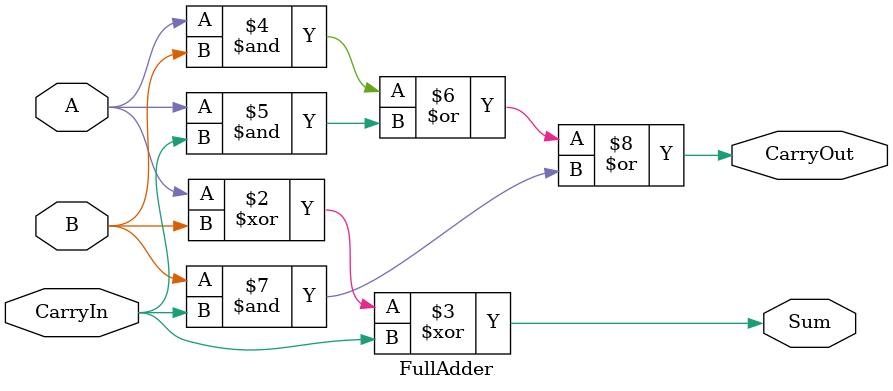
<source format=sv>
`timescale 1ns / 1ps
module FullAdder(
    input A,
    input B,
    input CarryIn,
    output Sum,
    output CarryOut
    );
    
    reg Sum, CarryOut;
    always@(A or B or CarryIn)
    begin
        Sum <= A ^ B ^ CarryIn;
        CarryOut <= (A & B) | (A & CarryIn) | (B & CarryIn);        
    end   
    
endmodule

</source>
